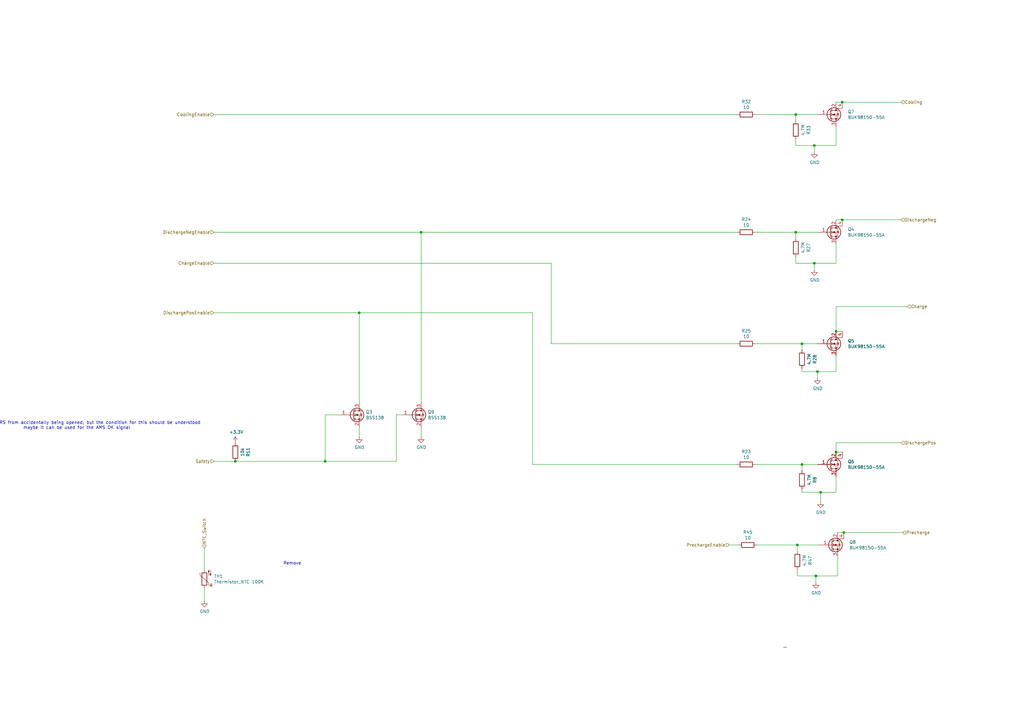
<source format=kicad_sch>
(kicad_sch (version 20250114) (generator "eeschema") (generator_version "9.0")
  (paper "A3")
  (lib_symbols
    (symbol "BMS-Master-rescue:GND-power-BMS-Master-rescue" (power) (pin_names (offset 0))
      (property "Value" "GND-power-BMS-Master-rescue" (at 0 -3.81 0))
      (symbol "GND-power-BMS-Master-rescue_0_1"
        (polyline (pts (xy 0 0) (xy 0 -1.27) (xy 1.27 -1.27) (xy 0 -2.54) (xy -1.27 -1.27) (xy 0 -1.27)))
      )
      (symbol "GND-power-BMS-Master-rescue_1_1"
        (pin power_in line (at 0 0 270) (length 0) (hide yes) (name "GND") (number "1"))
      )
    )
    (symbol "BMS-Master-rescue:R-Device-BMS-Master-rescue" (pin_numbers (hide yes)) (pin_names (offset 0))
      (property "Reference" "R" (at 2.032 0 90))
      (property "Value" "R-Device-BMS-Master-rescue" (at 0 0 90))
      (symbol "R-Device-BMS-Master-rescue_0_1"
        (rectangle (start -1.016 -2.54) (end 1.016 2.54) (stroke (width 0.254)))
      )
      (symbol "R-Device-BMS-Master-rescue_1_1"
        (pin passive line (at 0 3.81 270) (length 1.27) (name "~") (number "1"))
        (pin passive line (at 0 -3.81 90) (length 1.27) (name "~") (number "2"))
      )
    )
    (symbol "Device:Q_NMOS_GDSD" (pin_names (offset 0) (hide yes))
      (property "Reference" "Q" (at 5.08 1.27 0))
      (property "Value" "Device_Q_NMOS_GDSD" (at 5.08 -1.27 0))
      (symbol "Q_NMOS_GDSD_0_1"
        (polyline (pts (xy 0.0508 0) (xy 0.254 0)))
        (polyline (pts (xy 0.254 1.905) (xy 0.254 -1.905) (xy 0.254 -1.905)) (stroke (width 0.254)))
        (polyline (pts (xy 0.762 2.286) (xy 0.762 1.27)) (stroke (width 0.254)))
        (polyline (pts (xy 0.762 1.778) (xy 2.54 1.778)))
        (polyline (pts (xy 0.762 0.508) (xy 0.762 -0.508)) (stroke (width 0.254)))
        (polyline (pts (xy 0.762 0) (xy 2.54 0)))
        (polyline (pts (xy 0.762 -1.27) (xy 0.762 -2.286)) (stroke (width 0.254)))
        (polyline (pts (xy 0.762 -1.778) (xy 2.54 -1.778)))
        (polyline (pts (xy 1.016 0) (xy 2.032 0.381) (xy 2.032 -0.381) (xy 1.016 0)) (fill (type outline)))
        (circle (center 1.651 0) (radius 2.8194) (stroke (width 0.254)))
        (polyline (pts (xy 2.54 2.54) (xy 2.54 1.778)))
        (polyline (pts (xy 2.54 2.54) (xy 5.08 2.54)))
        (circle (center 2.54 1.778) (radius 0.2794) (fill (type outline)))
        (polyline (pts (xy 2.54 -1.778) (xy 2.54 0)))
        (polyline (pts (xy 2.54 -1.778) (xy 2.54 -2.54)))
        (polyline (pts (xy 2.54 -1.778) (xy 3.302 -1.778) (xy 3.302 1.778) (xy 2.54 1.778)))
        (circle (center 2.54 -1.778) (radius 0.2794) (fill (type outline)))
        (polyline (pts (xy 2.794 0.508) (xy 2.921 0.381) (xy 3.683 0.381) (xy 3.81 0.254)))
        (polyline (pts (xy 3.302 0.381) (xy 2.921 -0.254) (xy 3.683 -0.254) (xy 3.302 0.381)))
      )
      (symbol "Q_NMOS_GDSD_1_1"
        (pin input line (at -5.08 0 0) (length 5.08) (name "G") (number "1"))
        (pin passive line (at 2.54 5.08 270) (length 2.54) (name "D") (number "2"))
        (pin passive line (at 2.54 -5.08 90) (length 2.54) (name "S") (number "3"))
        (pin passive line (at 5.08 5.08 270) (length 2.54) (name "D") (number "4"))
      )
    )
    (symbol "Device:Thermistor_NTC" (pin_numbers (hide yes)) (pin_names (offset 0))
      (property "Reference" "TH" (at -4.445 0 90))
      (property "Value" "Thermistor_NTC" (at 3.175 0 90))
      (symbol "Thermistor_NTC_0_1"
        (arc (start -3.175 2.413) (mid -3.0506 2.3165) (end -3.048 2.159))
        (arc (start -3.048 2.794) (mid -2.9736 2.9736) (end -2.794 3.048))
        (arc (start -2.794 3.048) (mid -2.6144 2.9736) (end -2.54 2.794))
        (arc (start -2.794 2.54) (mid -2.9736 2.6144) (end -3.048 2.794))
        (arc (start -2.794 1.905) (mid -2.9736 1.9794) (end -3.048 2.159))
        (arc (start -2.54 2.159) (mid -2.6144 1.9794) (end -2.794 1.905))
        (arc (start -2.159 2.794) (mid -2.434 2.5608) (end -2.794 2.54))
        (polyline (pts (xy -2.54 2.159) (xy -2.54 2.794)))
        (polyline (pts (xy -2.54 -3.683) (xy -2.54 -1.397) (xy -2.794 -2.159) (xy -2.286 -2.159) (xy -2.54 -1.397) (xy -2.54 -1.651)) (fill (type outline)))
        (polyline (pts (xy -1.778 2.54) (xy -1.778 1.524) (xy 1.778 -1.524) (xy 1.778 -2.54)))
        (polyline (pts (xy -1.778 -1.397) (xy -1.778 -3.683) (xy -2.032 -2.921) (xy -1.524 -2.921) (xy -1.778 -3.683) (xy -1.778 -3.429)) (fill (type outline)))
        (rectangle (start -1.016 2.54) (end 1.016 -2.54) (stroke (width 0.254)))
      )
      (symbol "Thermistor_NTC_1_1"
        (pin passive line (at 0 3.81 270) (length 1.27) (name "~") (number "1"))
        (pin passive line (at 0 -3.81 90) (length 1.27) (name "~") (number "2"))
      )
    )
    (symbol "Transistor_FET:BSS138" (pin_names (offset 0) (hide yes))
      (property "Reference" "Q" (at 5.08 1.905 0))
      (property "Value" "BSS138" (at 5.08 0 0))
      (symbol "BSS138_0_1"
        (polyline (pts (xy 0.254 1.905) (xy 0.254 -1.905)) (stroke (width 0.254)))
        (polyline (pts (xy 0.254 0) (xy -2.54 0)))
        (polyline (pts (xy 0.762 2.286) (xy 0.762 1.27)) (stroke (width 0.254)))
        (polyline (pts (xy 0.762 0.508) (xy 0.762 -0.508)) (stroke (width 0.254)))
        (polyline (pts (xy 0.762 -1.27) (xy 0.762 -2.286)) (stroke (width 0.254)))
        (polyline (pts (xy 0.762 -1.778) (xy 3.302 -1.778) (xy 3.302 1.778) (xy 0.762 1.778)))
        (polyline (pts (xy 1.016 0) (xy 2.032 0.381) (xy 2.032 -0.381) (xy 1.016 0)) (fill (type outline)))
        (circle (center 1.651 0) (radius 2.794) (stroke (width 0.254)))
        (polyline (pts (xy 2.54 2.54) (xy 2.54 1.778)))
        (circle (center 2.54 1.778) (radius 0.254) (fill (type outline)))
        (circle (center 2.54 -1.778) (radius 0.254) (fill (type outline)))
        (polyline (pts (xy 2.54 -2.54) (xy 2.54 0) (xy 0.762 0)))
        (polyline (pts (xy 2.921 0.381) (xy 3.683 0.381)))
        (polyline (pts (xy 3.302 0.381) (xy 2.921 -0.254) (xy 3.683 -0.254) (xy 3.302 0.381)))
      )
      (symbol "BSS138_1_1"
        (pin input line (at -5.08 0 0) (length 2.54) (name "G") (number "1"))
        (pin passive line (at 2.54 5.08 270) (length 2.54) (name "D") (number "3"))
        (pin passive line (at 2.54 -5.08 90) (length 2.54) (name "S") (number "2"))
      )
    )
    (symbol "power:+3.3V" (power) (pin_numbers (hide yes)) (pin_names (offset 0) (hide yes))
      (property "Value" "+3.3V" (at 0 3.556 0))
      (symbol "+3.3V_0_1"
        (polyline (pts (xy -0.762 1.27) (xy 0 2.54)))
        (polyline (pts (xy 0 2.54) (xy 0.762 1.27)))
        (polyline (pts (xy 0 0) (xy 0 2.54)))
      )
      (symbol "+3.3V_1_1"
        (pin power_in line (at 0 0 90) (length 0) (name "~") (number "1"))
      )
    )
  )
  (text "Remove" (at 119.888 231.14 0) (effects (font (size 1.27 1.27))))
  (text "this prevents the AIRS from accidentally being opened, but the condition for this should be understood\nmaybe it can be used for the AMS OK signal" (at 31.496 174.498 0) (effects (font (size 1.27 1.27))))
  (junction (at 133.35 189.23))
  (junction (at 336.55 201.93))
  (junction (at 326.39 46.99))
  (junction (at 96.52 189.23))
  (junction (at 346.075 218.44))
  (junction (at 342.9 185.42))
  (junction (at 172.72 95.25))
  (junction (at 335.28 152.4))
  (junction (at 345.44 90.17))
  (junction (at 328.93 190.5))
  (junction (at 326.39 95.25))
  (junction (at 334.01 59.69))
  (junction (at 334.645 236.22))
  (junction (at 327.025 223.52))
  (junction (at 345.44 41.91))
  (junction (at 328.93 140.97))
  (junction (at 334.01 107.95))
  (junction (at 147.32 128.27))
  (junction (at 342.9 135.89))
  (wire (pts (xy 336.55 201.93) (xy 342.9 201.93)))
  (wire (pts (xy 162.56 189.23) (xy 162.56 170.18)))
  (wire (pts (xy 327.025 236.22) (xy 334.645 236.22)))
  (wire (pts (xy 309.88 46.99) (xy 326.39 46.99)))
  (wire (pts (xy 328.93 152.4) (xy 335.28 152.4)))
  (wire (pts (xy 309.88 95.25) (xy 326.39 95.25)))
  (wire (pts (xy 334.01 107.95) (xy 342.9 107.95)))
  (wire (pts (xy 218.44 190.5) (xy 302.26 190.5)))
  (wire (pts (xy 343.535 228.6) (xy 343.535 236.22)))
  (wire (pts (xy 147.32 175.26) (xy 147.32 179.07)))
  (wire (pts (xy 326.39 97.79) (xy 326.39 95.25)))
  (wire (pts (xy 147.32 128.27) (xy 218.44 128.27)))
  (wire (pts (xy 342.9 201.93) (xy 342.9 195.58)))
  (wire (pts (xy 328.93 193.04) (xy 328.93 190.5)))
  (wire (pts (xy 342.9 185.42) (xy 342.9 181.61)))
  (wire (pts (xy 326.39 57.15) (xy 326.39 59.69)))
  (wire (pts (xy 218.44 128.27) (xy 218.44 190.5)))
  (wire (pts (xy 328.93 143.51) (xy 328.93 140.97)))
  (wire (pts (xy 345.44 185.42) (xy 342.9 185.42)))
  (wire (pts (xy 334.645 238.76) (xy 334.645 236.22)))
  (wire (pts (xy 87.63 107.95) (xy 226.06 107.95)))
  (wire (pts (xy 309.88 140.97) (xy 328.93 140.97)))
  (wire (pts (xy 326.39 107.95) (xy 334.01 107.95)))
  (wire (pts (xy 328.93 201.93) (xy 336.55 201.93)))
  (wire (pts (xy 133.35 170.18) (xy 133.35 189.23)))
  (wire (pts (xy 342.9 100.33) (xy 342.9 107.95)))
  (wire (pts (xy 342.9 152.4) (xy 342.9 146.05)))
  (wire (pts (xy 326.39 46.99) (xy 335.28 46.99)))
  (wire (pts (xy 96.52 189.23) (xy 133.35 189.23)))
  (wire (pts (xy 326.39 105.41) (xy 326.39 107.95)))
  (wire (pts (xy 342.9 125.73) (xy 372.11 125.73)))
  (wire (pts (xy 83.82 241.3) (xy 83.82 246.38)))
  (wire (pts (xy 87.63 128.27) (xy 147.32 128.27)))
  (wire (pts (xy 343.535 218.44) (xy 346.075 218.44)))
  (polyline (pts (xy 322.58 265.43) (xy 321.31 265.43)) (stroke (width 0) (type dash)))
  (wire (pts (xy 326.39 59.69) (xy 334.01 59.69)))
  (wire (pts (xy 328.93 200.66) (xy 328.93 201.93)))
  (wire (pts (xy 326.39 49.53) (xy 326.39 46.99)))
  (wire (pts (xy 147.32 128.27) (xy 147.32 165.1)))
  (wire (pts (xy 162.56 170.18) (xy 165.1 170.18)))
  (wire (pts (xy 83.82 224.79) (xy 83.82 233.68)))
  (wire (pts (xy 327.025 233.68) (xy 327.025 236.22)))
  (wire (pts (xy 334.01 62.23) (xy 334.01 59.69)))
  (wire (pts (xy 328.93 140.97) (xy 335.28 140.97)))
  (wire (pts (xy 342.9 90.17) (xy 345.44 90.17)))
  (wire (pts (xy 299.085 223.52) (xy 302.895 223.52)))
  (wire (pts (xy 226.06 140.97) (xy 302.26 140.97)))
  (wire (pts (xy 309.88 190.5) (xy 328.93 190.5)))
  (wire (pts (xy 328.93 190.5) (xy 335.28 190.5)))
  (wire (pts (xy 334.645 236.22) (xy 343.535 236.22)))
  (wire (pts (xy 334.01 110.49) (xy 334.01 107.95)))
  (wire (pts (xy 133.35 170.18) (xy 139.7 170.18)))
  (wire (pts (xy 87.63 95.25) (xy 172.72 95.25)))
  (wire (pts (xy 335.28 154.94) (xy 335.28 152.4)))
  (wire (pts (xy 172.72 95.25) (xy 302.26 95.25)))
  (wire (pts (xy 328.93 151.13) (xy 328.93 152.4)))
  (wire (pts (xy 342.9 52.07) (xy 342.9 59.69)))
  (wire (pts (xy 133.35 189.23) (xy 162.56 189.23)))
  (wire (pts (xy 310.515 223.52) (xy 327.025 223.52)))
  (wire (pts (xy 345.44 41.91) (xy 369.57 41.91)))
  (wire (pts (xy 342.9 181.61) (xy 369.57 181.61)))
  (wire (pts (xy 172.72 165.1) (xy 172.72 95.25)))
  (wire (pts (xy 327.025 223.52) (xy 335.915 223.52)))
  (wire (pts (xy 87.63 189.23) (xy 96.52 189.23)))
  (wire (pts (xy 342.9 135.89) (xy 345.44 135.89)))
  (wire (pts (xy 346.075 218.44) (xy 370.205 218.44)))
  (wire (pts (xy 326.39 95.25) (xy 335.28 95.25)))
  (wire (pts (xy 335.28 152.4) (xy 342.9 152.4)))
  (wire (pts (xy 226.06 107.95) (xy 226.06 140.97)))
  (wire (pts (xy 345.44 90.17) (xy 369.57 90.17)))
  (wire (pts (xy 342.9 41.91) (xy 345.44 41.91)))
  (wire (pts (xy 334.01 59.69) (xy 342.9 59.69)))
  (wire (pts (xy 336.55 205.74) (xy 336.55 201.93)))
  (wire (pts (xy 327.025 226.06) (xy 327.025 223.52)))
  (wire (pts (xy 172.72 175.26) (xy 172.72 179.07)))
  (wire (pts (xy 342.9 135.89) (xy 342.9 125.73)))
  (wire (pts (xy 87.63 46.99) (xy 302.26 46.99)))
  (hierarchical_label "NTC_Switch" (shape input) (at 83.82 224.79 90))
  (hierarchical_label "DischargePos" (shape input) (at 369.57 181.61 0))
  (hierarchical_label "Cooling" (shape input) (at 369.57 41.91 0))
  (hierarchical_label "PrechargeEnable" (shape input) (at 299.085 223.52 180))
  (hierarchical_label "CoolingEnable" (shape input) (at 87.63 46.99 180))
  (hierarchical_label "Safety" (shape input) (at 87.63 189.23 180))
  (hierarchical_label "DischargeNeg" (shape input) (at 369.57 90.17 0))
  (hierarchical_label "Charge" (shape input) (at 372.11 125.73 0))
  (hierarchical_label "ChargeEnable" (shape input) (at 87.63 107.95 180))
  (hierarchical_label "DischargeNegEnable" (shape input) (at 87.63 95.25 180))
  (hierarchical_label "DischargePosEnable" (shape input) (at 87.63 128.27 180))
  (hierarchical_label "Precharge" (shape input) (at 370.205 218.44 0))
  (symbol (lib_id "BMS-Master-rescue:R-Device-BMS-Master-rescue") (at 306.07 95.25 90) (unit 1)
    (property "Reference" "R24" (at 306.07 89.9922 90))
    (property "Value" "10" (at 306.07 92.3036 90))
    (property "Footprint" "Resistor_SMD:R_0603_1608Metric" (effects (hide yes)))
    (property "MPN" "RC0603JR-0710RL" (effects (hide yes)))
  )
  (symbol (lib_id "BMS-Master-rescue:R-Device-BMS-Master-rescue") (at 306.07 190.5 90) (unit 1)
    (property "Reference" "R23" (at 306.07 185.2422 90))
    (property "Value" "10" (at 306.07 187.5536 90))
    (property "Footprint" "Resistor_SMD:R_0603_1608Metric" (effects (hide yes)))
    (property "MPN" "RC0603JR-0710RL" (effects (hide yes)))
  )
  (symbol (lib_id "BMS-Master-rescue:R-Device-BMS-Master-rescue") (at 306.07 140.97 90) (unit 1)
    (property "Reference" "R25" (at 306.07 135.7122 90))
    (property "Value" "10" (at 306.07 138.0236 90))
    (property "Footprint" "Resistor_SMD:R_0603_1608Metric" (effects (hide yes)))
    (property "MPN" "RC0603JR-0710RL" (effects (hide yes)))
  )
  (symbol (lib_id "BMS-Master-rescue:R-Device-BMS-Master-rescue") (at 328.93 147.32 0) (unit 1)
    (property "Reference" "R28" (at 334.1878 147.32 90))
    (property "Value" "4.7M" (at 331.8764 147.32 90))
    (property "Footprint" "Resistor_SMD:R_0603_1608Metric" (effects (hide yes)))
    (property "MPN" "RC0603FR-074M7L" (effects (hide yes)))
  )
  (symbol (lib_id "BMS-Master-rescue:R-Device-BMS-Master-rescue") (at 326.39 101.6 0) (unit 1)
    (property "Reference" "R27" (at 331.6478 101.6 90))
    (property "Value" "4.7M" (at 329.3364 101.6 90))
    (property "Footprint" "Resistor_SMD:R_0603_1608Metric" (effects (hide yes)))
    (property "MPN" "RC0603FR-074M7L" (effects (hide yes)))
  )
  (symbol (lib_id "Device:Thermistor_NTC") (at 83.82 237.49 180) (unit 1)
    (property "Reference" "TH1" (at 87.7062 236.3216 0) (effects (justify right)))
    (property "Value" "Thermistor_NTC 100K" (at 87.7062 238.633 0) (effects (justify right)))
    (property "Footprint" "Resistor_SMD:R_0805_2012Metric" (effects (hide yes)))
    (property "MPN" "SDNT2012X104F4250FTF" (effects (hide yes)))
  )
  (symbol (lib_id "BMS-Master-rescue:GND-power-BMS-Master-rescue") (at 83.82 246.38 0) (unit 1)
    (property "Reference" "#PWR0140" (effects (hide yes)))
    (property "Value" "GND" (at 83.947 250.7742 0))
  )
  (symbol (lib_id "Transistor_FET:BSS138") (at 144.78 170.18 0) (unit 1)
    (property "Reference" "Q3" (at 150.0124 169.0116 0) (effects (justify left)))
    (property "Value" "BSS138" (at 150.0124 171.323 0) (effects (justify left)))
    (property "Footprint" "Package_TO_SOT_SMD:SOT-23" (effects (hide yes)))
    (property "Datasheet" "https://www.fairchildsemi.com/datasheets/BS/BSS138.pdf" (effects (hide yes)))
    (property "MPN" "BSS138" (effects (hide yes)))
  )
  (symbol (lib_id "BMS-Master-rescue:GND-power-BMS-Master-rescue") (at 147.32 179.07 0) (unit 1)
    (property "Reference" "#PWR0134" (effects (hide yes)))
    (property "Value" "GND" (at 147.447 183.4642 0))
  )
  (symbol (lib_id "BMS-Master-rescue:R-Device-BMS-Master-rescue") (at 328.93 196.85 0) (unit 1)
    (property "Reference" "R8" (at 334.1878 196.85 90))
    (property "Value" "4.7M" (at 331.8764 196.85 90))
    (property "Footprint" "Resistor_SMD:R_0603_1608Metric" (effects (hide yes)))
    (property "MPN" "RC0603FR-074M7L" (effects (hide yes)))
  )
  (symbol (lib_id "Device:Q_NMOS_GDSD") (at 340.36 95.25 0) (unit 1)
    (property "Reference" "Q4" (at 347.6752 94.0816 0) (effects (justify left)))
    (property "Value" "BUK98150-55A" (at 347.6752 96.393 0) (effects (justify left)))
    (property "Footprint" "Package_TO_SOT_SMD:SOT-223" (effects (hide yes)))
    (property "MPN" "BUK98150-55A/CUF" (effects (hide yes)))
  )
  (symbol (lib_id "Device:Q_NMOS_GDSD") (at 340.36 140.97 0) (unit 1)
    (property "Reference" "Q5" (at 347.6752 139.8016 0) (effects (justify left)))
    (property "Value" "BUK98150-55A" (at 347.6752 142.113 0) (effects (justify left)))
    (property "Footprint" "Package_TO_SOT_SMD:SOT-223" (effects (hide yes)))
    (property "MPN" "BUK98150-55A/CUF" (effects (hide yes)))
  )
  (symbol (lib_id "Device:Q_NMOS_GDSD") (at 340.36 190.5 0) (unit 1)
    (property "Reference" "Q6" (at 347.6752 189.3316 0) (effects (justify left)))
    (property "Value" "BUK98150-55A" (at 347.6752 191.643 0) (effects (justify left)))
    (property "Footprint" "Package_TO_SOT_SMD:SOT-223" (effects (hide yes)))
    (property "MPN" "BUK98150-55A/CUF" (effects (hide yes)))
  )
  (symbol (lib_id "BMS-Master-rescue:GND-power-BMS-Master-rescue") (at 336.55 205.74 0) (unit 1)
    (property "Reference" "#PWR0113" (effects (hide yes)))
    (property "Value" "GND" (at 336.677 210.1342 0))
  )
  (symbol (lib_id "BMS-Master-rescue:GND-power-BMS-Master-rescue") (at 335.28 154.94 0) (unit 1)
    (property "Reference" "#PWR0131" (effects (hide yes)))
    (property "Value" "GND" (at 335.407 159.3342 0))
  )
  (symbol (lib_id "BMS-Master-rescue:GND-power-BMS-Master-rescue") (at 334.01 110.49 0) (unit 1)
    (property "Reference" "#PWR0132" (effects (hide yes)))
    (property "Value" "GND" (at 334.137 114.8842 0))
  )
  (symbol (lib_id "BMS-Master-rescue:R-Device-BMS-Master-rescue") (at 96.52 185.42 0) (unit 1)
    (property "Reference" "R11" (at 101.7778 185.42 90))
    (property "Value" "10k" (at 99.4664 185.42 90))
    (property "Footprint" "Resistor_SMD:R_0603_1608Metric" (effects (hide yes)))
    (property "MPN" "RC0603FR-0710KL" (effects (hide yes)))
  )
  (symbol (lib_id "power:+3.3V") (at 96.52 181.61 0) (unit 1)
    (property "Reference" "#PWR0138" (effects (hide yes)))
    (property "Value" "+3.3V" (at 96.901 177.2158 0))
  )
  (symbol (lib_id "BMS-Master-rescue:GND-power-BMS-Master-rescue") (at 334.01 62.23 0) (unit 1)
    (property "Reference" "#PWR0144" (effects (hide yes)))
    (property "Value" "GND" (at 334.137 66.6242 0))
  )
  (symbol (lib_id "Device:Q_NMOS_GDSD") (at 340.36 46.99 0) (unit 1)
    (property "Reference" "Q7" (at 347.6752 45.8216 0) (effects (justify left)))
    (property "Value" "BUK98150-55A" (at 347.6752 48.133 0) (effects (justify left)))
    (property "Footprint" "Package_TO_SOT_SMD:SOT-223" (effects (hide yes)))
    (property "MPN" "BUK98150-55A/CUF" (effects (hide yes)))
  )
  (symbol (lib_id "BMS-Master-rescue:R-Device-BMS-Master-rescue") (at 306.07 46.99 90) (unit 1)
    (property "Reference" "R32" (at 306.07 41.7322 90))
    (property "Value" "10" (at 306.07 44.0436 90))
    (property "Footprint" "Resistor_SMD:R_0603_1608Metric" (effects (hide yes)))
    (property "MPN" "RC0603JR-0710RL" (effects (hide yes)))
  )
  (symbol (lib_id "BMS-Master-rescue:R-Device-BMS-Master-rescue") (at 326.39 53.34 0) (unit 1)
    (property "Reference" "R33" (at 331.6478 53.34 90))
    (property "Value" "4.7M" (at 329.3364 53.34 90))
    (property "Footprint" "Resistor_SMD:R_0603_1608Metric" (effects (hide yes)))
    (property "MPN" "RC0603FR-074M7L" (effects (hide yes)))
  )
  (symbol (lib_id "Device:Q_NMOS_GDSD") (at 340.995 223.52 0) (unit 1)
    (property "Reference" "Q8" (at 348.3102 222.3516 0) (effects (justify left)))
    (property "Value" "BUK98150-55A" (at 348.3102 224.663 0) (effects (justify left)))
    (property "Footprint" "Package_TO_SOT_SMD:SOT-223" (effects (hide yes)))
    (property "MPN" "BUK98150-55A/CUF" (effects (hide yes)))
  )
  (symbol (lib_id "BMS-Master-rescue:GND-power-BMS-Master-rescue") (at 334.645 238.76 0) (unit 1)
    (property "Reference" "#PWR0158" (effects (hide yes)))
    (property "Value" "GND" (at 334.772 243.1542 0))
  )
  (symbol (lib_id "BMS-Master-rescue:R-Device-BMS-Master-rescue") (at 306.705 223.52 90) (unit 1)
    (property "Reference" "R45" (at 306.705 218.2622 90))
    (property "Value" "10" (at 306.705 220.5736 90))
    (property "Footprint" "Resistor_SMD:R_0603_1608Metric" (effects (hide yes)))
    (property "MPN" "RC0603JR-0710RL" (effects (hide yes)))
  )
  (symbol (lib_id "BMS-Master-rescue:R-Device-BMS-Master-rescue") (at 327.025 229.87 0) (unit 1)
    (property "Reference" "R47" (at 332.2828 229.87 90))
    (property "Value" "4.7M" (at 329.9714 229.87 90))
    (property "Footprint" "Resistor_SMD:R_0603_1608Metric" (effects (hide yes)))
    (property "MPN" "RC0603FR-074M7L" (effects (hide yes)))
  )
  (symbol (lib_id "BMS-Master-rescue:GND-power-BMS-Master-rescue") (at 172.72 179.07 0) (unit 1)
    (property "Reference" "#PWR0159" (effects (hide yes)))
    (property "Value" "GND" (at 172.847 183.4642 0))
  )
  (symbol (lib_id "Transistor_FET:BSS138") (at 170.18 170.18 0) (unit 1)
    (property "Reference" "Q9" (at 175.4124 169.0116 0) (effects (justify left)))
    (property "Value" "BSS138" (at 175.4124 171.323 0) (effects (justify left)))
    (property "Footprint" "Package_TO_SOT_SMD:SOT-23" (effects (hide yes)))
    (property "Datasheet" "https://www.fairchildsemi.com/datasheets/BS/BSS138.pdf" (effects (hide yes)))
    (property "MPN" "BSS138" (effects (hide yes)))
  )
)
</source>
